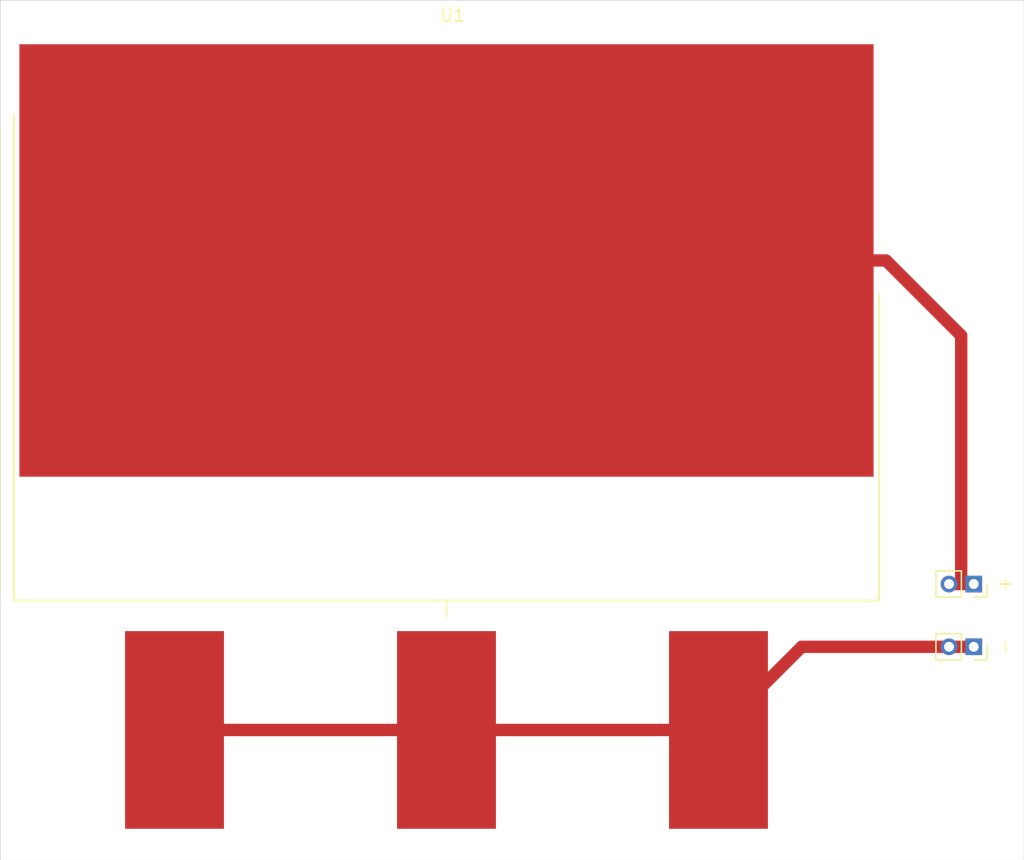
<source format=kicad_pcb>
(kicad_pcb (version 20171130) (host pcbnew "(5.1.0)-1")

  (general
    (thickness 1.6)
    (drawings 4)
    (tracks 13)
    (zones 0)
    (modules 3)
    (nets 3)
  )

  (page A4)
  (layers
    (0 F.Cu signal)
    (31 B.Cu signal)
    (32 B.Adhes user)
    (33 F.Adhes user)
    (34 B.Paste user)
    (35 F.Paste user)
    (36 B.SilkS user)
    (37 F.SilkS user)
    (38 B.Mask user)
    (39 F.Mask user)
    (40 Dwgs.User user)
    (41 Cmts.User user)
    (42 Eco1.User user)
    (43 Eco2.User user)
    (44 Edge.Cuts user)
    (45 Margin user)
    (46 B.CrtYd user)
    (47 F.CrtYd user)
    (48 B.Fab user)
    (49 F.Fab user)
  )

  (setup
    (last_trace_width 1)
    (trace_clearance 0.2)
    (zone_clearance 0.508)
    (zone_45_only no)
    (trace_min 0.2)
    (via_size 0.8)
    (via_drill 0.4)
    (via_min_size 0.4)
    (via_min_drill 0.3)
    (uvia_size 0.3)
    (uvia_drill 0.1)
    (uvias_allowed no)
    (uvia_min_size 0.2)
    (uvia_min_drill 0.1)
    (edge_width 0.05)
    (segment_width 0.2)
    (pcb_text_width 0.3)
    (pcb_text_size 1.5 1.5)
    (mod_edge_width 0.12)
    (mod_text_size 1 1)
    (mod_text_width 0.15)
    (pad_size 1.524 1.524)
    (pad_drill 0.762)
    (pad_to_mask_clearance 0.051)
    (solder_mask_min_width 0.25)
    (aux_axis_origin 0 0)
    (visible_elements 7FFFFFFF)
    (pcbplotparams
      (layerselection 0x010fc_ffffffff)
      (usegerberextensions false)
      (usegerberattributes false)
      (usegerberadvancedattributes false)
      (creategerberjobfile false)
      (excludeedgelayer true)
      (linewidth 0.100000)
      (plotframeref false)
      (viasonmask false)
      (mode 1)
      (useauxorigin false)
      (hpglpennumber 1)
      (hpglpenspeed 20)
      (hpglpendiameter 15.000000)
      (psnegative false)
      (psa4output false)
      (plotreference true)
      (plotvalue true)
      (plotinvisibletext false)
      (padsonsilk false)
      (subtractmaskfromsilk false)
      (outputformat 1)
      (mirror false)
      (drillshape 1)
      (scaleselection 1)
      (outputdirectory ""))
  )

  (net 0 "")
  (net 1 "Net-(J1-Pad1)")
  (net 2 "Net-(J2-Pad1)")

  (net_class Default "This is the default net class."
    (clearance 0.2)
    (trace_width 1)
    (via_dia 0.8)
    (via_drill 0.4)
    (uvia_dia 0.3)
    (uvia_drill 0.1)
    (add_net "Net-(J1-Pad1)")
    (add_net "Net-(J2-Pad1)")
  )

  (module Connector_PinSocket_2.00mm:PinSocket_1x02_P2.00mm_Vertical (layer F.Cu) (tedit 5A19A42F) (tstamp 5DD8C04D)
    (at 180.34 83.82 270)
    (descr "Through hole straight socket strip, 1x02, 2.00mm pitch, single row (from Kicad 4.0.7), script generated")
    (tags "Through hole socket strip THT 1x02 2.00mm single row")
    (path /5DD86995)
    (fp_text reference - (at 0 -2.5 270) (layer F.SilkS)
      (effects (font (size 1 1) (thickness 0.15)))
    )
    (fp_text value Conn_01x02_Female (at 0 4.5 270) (layer F.Fab)
      (effects (font (size 1 1) (thickness 0.15)))
    )
    (fp_line (start -1 -1) (end 0.5 -1) (layer F.Fab) (width 0.1))
    (fp_line (start 0.5 -1) (end 1 -0.5) (layer F.Fab) (width 0.1))
    (fp_line (start 1 -0.5) (end 1 3) (layer F.Fab) (width 0.1))
    (fp_line (start 1 3) (end -1 3) (layer F.Fab) (width 0.1))
    (fp_line (start -1 3) (end -1 -1) (layer F.Fab) (width 0.1))
    (fp_line (start -1.06 1) (end 1.06 1) (layer F.SilkS) (width 0.12))
    (fp_line (start -1.06 1) (end -1.06 3.06) (layer F.SilkS) (width 0.12))
    (fp_line (start -1.06 3.06) (end 1.06 3.06) (layer F.SilkS) (width 0.12))
    (fp_line (start 1.06 1) (end 1.06 3.06) (layer F.SilkS) (width 0.12))
    (fp_line (start 1.06 -1.06) (end 1.06 0) (layer F.SilkS) (width 0.12))
    (fp_line (start 0 -1.06) (end 1.06 -1.06) (layer F.SilkS) (width 0.12))
    (fp_line (start -1.5 -1.5) (end 1.5 -1.5) (layer F.CrtYd) (width 0.05))
    (fp_line (start 1.5 -1.5) (end 1.5 3.5) (layer F.CrtYd) (width 0.05))
    (fp_line (start 1.5 3.5) (end -1.5 3.5) (layer F.CrtYd) (width 0.05))
    (fp_line (start -1.5 3.5) (end -1.5 -1.5) (layer F.CrtYd) (width 0.05))
    (fp_text user %R (at 0 1) (layer F.Fab)
      (effects (font (size 1 1) (thickness 0.15)))
    )
    (pad 1 thru_hole rect (at 0 0 270) (size 1.35 1.35) (drill 0.8) (layers *.Cu *.Mask)
      (net 1 "Net-(J1-Pad1)"))
    (pad 2 thru_hole oval (at 0 2 270) (size 1.35 1.35) (drill 0.8) (layers *.Cu *.Mask)
      (net 1 "Net-(J1-Pad1)"))
    (model ${KISYS3DMOD}/Connector_PinSocket_2.00mm.3dshapes/PinSocket_1x02_P2.00mm_Vertical.wrl
      (at (xyz 0 0 0))
      (scale (xyz 1 1 1))
      (rotate (xyz 0 0 0))
    )
  )

  (module Connector_PinSocket_2.00mm:PinSocket_1x02_P2.00mm_Vertical (layer F.Cu) (tedit 5A19A42F) (tstamp 5DD8BEE1)
    (at 180.34 78.74 270)
    (descr "Through hole straight socket strip, 1x02, 2.00mm pitch, single row (from Kicad 4.0.7), script generated")
    (tags "Through hole socket strip THT 1x02 2.00mm single row")
    (path /5DD87EAB)
    (fp_text reference + (at 0 -2.5 270) (layer F.SilkS)
      (effects (font (size 1 1) (thickness 0.15)))
    )
    (fp_text value Conn_01x02_Female (at 0 4.5 270) (layer F.Fab)
      (effects (font (size 1 1) (thickness 0.15)))
    )
    (fp_text user %R (at 0 1) (layer F.Fab)
      (effects (font (size 1 1) (thickness 0.15)))
    )
    (fp_line (start -1.5 3.5) (end -1.5 -1.5) (layer F.CrtYd) (width 0.05))
    (fp_line (start 1.5 3.5) (end -1.5 3.5) (layer F.CrtYd) (width 0.05))
    (fp_line (start 1.5 -1.5) (end 1.5 3.5) (layer F.CrtYd) (width 0.05))
    (fp_line (start -1.5 -1.5) (end 1.5 -1.5) (layer F.CrtYd) (width 0.05))
    (fp_line (start 0 -1.06) (end 1.06 -1.06) (layer F.SilkS) (width 0.12))
    (fp_line (start 1.06 -1.06) (end 1.06 0) (layer F.SilkS) (width 0.12))
    (fp_line (start 1.06 1) (end 1.06 3.06) (layer F.SilkS) (width 0.12))
    (fp_line (start -1.06 3.06) (end 1.06 3.06) (layer F.SilkS) (width 0.12))
    (fp_line (start -1.06 1) (end -1.06 3.06) (layer F.SilkS) (width 0.12))
    (fp_line (start -1.06 1) (end 1.06 1) (layer F.SilkS) (width 0.12))
    (fp_line (start -1 3) (end -1 -1) (layer F.Fab) (width 0.1))
    (fp_line (start 1 3) (end -1 3) (layer F.Fab) (width 0.1))
    (fp_line (start 1 -0.5) (end 1 3) (layer F.Fab) (width 0.1))
    (fp_line (start 0.5 -1) (end 1 -0.5) (layer F.Fab) (width 0.1))
    (fp_line (start -1 -1) (end 0.5 -1) (layer F.Fab) (width 0.1))
    (pad 2 thru_hole oval (at 0 2 270) (size 1.35 1.35) (drill 0.8) (layers *.Cu *.Mask)
      (net 2 "Net-(J2-Pad1)"))
    (pad 1 thru_hole rect (at 0 0 270) (size 1.35 1.35) (drill 0.8) (layers *.Cu *.Mask)
      (net 2 "Net-(J2-Pad1)"))
    (model ${KISYS3DMOD}/Connector_PinSocket_2.00mm.3dshapes/PinSocket_1x02_P2.00mm_Vertical.wrl
      (at (xyz 0 0 0))
      (scale (xyz 1 1 1))
      (rotate (xyz 0 0 0))
    )
  )

  (module Triple-Junction-Breakout:XTJ-Triple-Junction (layer F.Cu) (tedit 5DD79CD6) (tstamp 5DD8BEED)
    (at 137.691001 70.552)
    (path /5DD79E02)
    (fp_text reference U1 (at 0.508 -37.846) (layer F.SilkS)
      (effects (font (size 1 1) (thickness 0.15)))
    )
    (fp_text value XTJ (at -0.635 -33.02) (layer F.Fab)
      (effects (font (size 1 1) (thickness 0.15)))
    )
    (fp_line (start 0 9.525) (end 0 10.795) (layer F.SilkS) (width 0.15))
    (fp_line (start -35 9.525) (end -35 -29.845) (layer F.SilkS) (width 0.15))
    (fp_line (start 35 9.525) (end 35 -15.24) (layer F.SilkS) (width 0.15))
    (fp_line (start -35 9.525) (end 35 9.525) (layer F.SilkS) (width 0.15))
    (pad 3 smd rect (at 22 20) (size 8 16) (layers F.Cu F.Paste F.Mask)
      (net 1 "Net-(J1-Pad1)"))
    (pad 2 smd rect (at 0 20) (size 8 16) (layers F.Cu F.Paste F.Mask)
      (net 1 "Net-(J1-Pad1)"))
    (pad 1 smd rect (at -22 20) (size 8 16) (layers F.Cu F.Paste F.Mask)
      (net 1 "Net-(J1-Pad1)"))
    (pad 4 smd rect (at 0 -18) (size 69.1 35) (layers F.Cu F.Paste F.Mask)
      (net 2 "Net-(J2-Pad1)"))
  )

  (gr_line (start 184.404 31.496) (end 184.404 101.092) (layer Edge.Cuts) (width 0.05) (tstamp 5DD8C1D5))
  (gr_line (start 101.6 31.496) (end 184.404 31.496) (layer Edge.Cuts) (width 0.05))
  (gr_line (start 101.6 101.092) (end 184.404 101.092) (layer Edge.Cuts) (width 0.05))
  (gr_line (start 101.6 31.496) (end 101.6 101.092) (layer Edge.Cuts) (width 0.05))

  (segment (start 177.663001 83.82) (end 178.34 83.82) (width 0.75) (layer F.Cu) (net 1))
  (segment (start 159.691001 90.552) (end 159.691001 86.552) (width 0.75) (layer F.Cu) (net 1))
  (segment (start 120.691001 90.552) (end 159.691001 90.552) (width 1) (layer F.Cu) (net 1))
  (segment (start 115.691001 90.552) (end 120.691001 90.552) (width 1) (layer F.Cu) (net 1))
  (segment (start 180.34 83.82) (end 178.34 83.82) (width 1) (layer F.Cu) (net 1))
  (segment (start 166.423001 83.82) (end 159.691001 90.552) (width 1) (layer F.Cu) (net 1))
  (segment (start 178.34 83.82) (end 166.423001 83.82) (width 1) (layer F.Cu) (net 1))
  (segment (start 148.639001 63.5) (end 137.691001 52.552) (width 0.75) (layer F.Cu) (net 2))
  (segment (start 179.324 78.74) (end 180.34 78.74) (width 1) (layer F.Cu) (net 2))
  (segment (start 178.34 78.74) (end 179.324 78.74) (width 1) (layer F.Cu) (net 2))
  (segment (start 173.241001 52.552) (end 137.691001 52.552) (width 1) (layer F.Cu) (net 2))
  (segment (start 179.324 58.634999) (end 173.241001 52.552) (width 1) (layer F.Cu) (net 2))
  (segment (start 179.324 78.74) (end 179.324 58.634999) (width 1) (layer F.Cu) (net 2))

)

</source>
